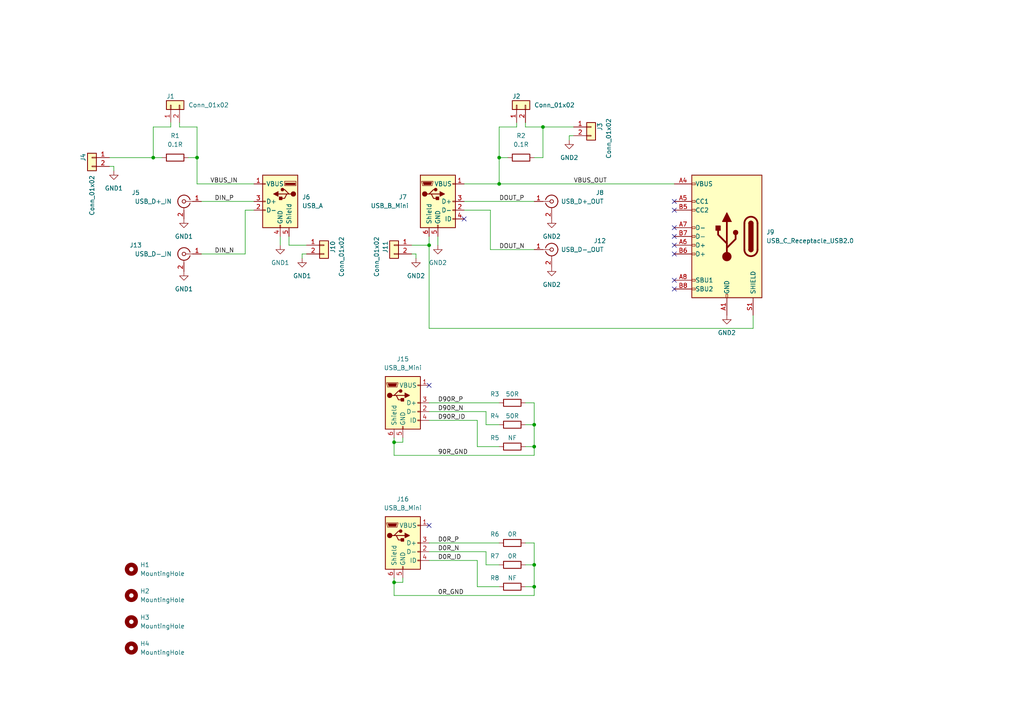
<source format=kicad_sch>
(kicad_sch (version 20211123) (generator eeschema)
  (paper "A4")
  (title_block (title "USB Lead Test Board") (date "2022-12-02") (rev "a"))
  (lib_symbols
    (symbol "Connector:Conn_Coaxial" (pin_names (offset 1.016) hide)
      (property "Reference" "J" (at 0.254 3.048 0))
      (property "Value" "Conn_Coaxial" (at 2.921 0 90))
      (symbol "Conn_Coaxial_0_1"
        (arc (start -1.778 -0.508) (mid 0.2311 -1.8066) (end 1.778 0) (stroke (width 0.254)))
        (polyline (pts (xy -2.54 0) (xy -0.508 0)))
        (polyline (pts (xy 0 -2.54) (xy 0 -1.778)))
        (circle (center 0 0) (radius 0.508) (stroke (width 0.2032)))
        (arc (start 1.778 0) (mid 0.2099 1.8101) (end -1.778 0.508) (stroke (width 0.254)))
      )
      (symbol "Conn_Coaxial_1_1"
        (pin passive line (at -5.08 0 0) (length 2.54) (name "In") (number "1"))
        (pin passive line (at 0 -5.08 90) (length 2.54) (name "Ext") (number "2"))
      )
    )
    (symbol "Connector:USB_A" (pin_names (offset 1.016))
      (property "Reference" "J" (at -5.08 11.43 0))
      (property "Value" "USB_A" (at -5.08 8.89 0))
      (symbol "USB_A_0_1"
        (rectangle (start -5.08 -7.62) (end 5.08 7.62) (stroke (width 0.254)) (fill (type background)))
        (circle (center -3.81 2.159) (radius 0.635) (stroke (width 0.254)) (fill (type outline)))
        (rectangle (start -1.524 4.826) (end -4.318 5.334) (fill (type outline)))
        (rectangle (start -1.27 4.572) (end -4.572 5.842))
        (circle (center -0.635 3.429) (radius 0.381) (stroke (width 0.254)) (fill (type outline)))
        (rectangle (start -0.127 -7.62) (end 0.127 -6.858))
        (polyline (pts (xy -3.175 2.159) (xy -2.54 2.159) (xy -1.27 3.429) (xy -0.635 3.429)) (stroke (width 0.254)))
        (polyline (pts (xy -2.54 2.159) (xy -1.905 2.159) (xy -1.27 0.889) (xy 0 0.889)) (stroke (width 0.254)))
        (polyline (pts (xy 0.635 2.794) (xy 0.635 1.524) (xy 1.905 2.159) (xy 0.635 2.794)) (stroke (width 0.254)) (fill (type outline)))
        (rectangle (start 0.254 1.27) (end -0.508 0.508) (stroke (width 0.254)) (fill (type outline)))
        (rectangle (start 5.08 -2.667) (end 4.318 -2.413))
        (rectangle (start 5.08 -0.127) (end 4.318 0.127))
        (rectangle (start 5.08 4.953) (end 4.318 5.207))
      )
      (symbol "USB_A_1_1"
        (polyline (pts (xy -1.905 2.159) (xy 0.635 2.159)) (stroke (width 0.254)))
        (pin power_in line (at 7.62 5.08 180) (length 2.54) (name "VBUS") (number "1"))
        (pin bidirectional line (at 7.62 -2.54 180) (length 2.54) (name "D-") (number "2"))
        (pin bidirectional line (at 7.62 0 180) (length 2.54) (name "D+") (number "3"))
        (pin power_in line (at 0 -10.16 90) (length 2.54) (name "GND") (number "4"))
        (pin passive line (at -2.54 -10.16 90) (length 2.54) (name "Shield") (number "5"))
      )
    )
    (symbol "Connector:USB_B_Mini" (pin_names (offset 1.016))
      (property "Reference" "J" (at -5.08 11.43 0))
      (property "Value" "USB_B_Mini" (at -5.08 8.89 0))
      (symbol "USB_B_Mini_0_1"
        (rectangle (start -5.08 -7.62) (end 5.08 7.62) (stroke (width 0.254)) (fill (type background)))
        (circle (center -3.81 2.159) (radius 0.635) (stroke (width 0.254)) (fill (type outline)))
        (circle (center -0.635 3.429) (radius 0.381) (stroke (width 0.254)) (fill (type outline)))
        (rectangle (start -0.127 -7.62) (end 0.127 -6.858))
        (polyline (pts (xy -1.905 2.159) (xy 0.635 2.159)) (stroke (width 0.254)))
        (polyline (pts (xy -3.175 2.159) (xy -2.54 2.159) (xy -1.27 3.429) (xy -0.635 3.429)) (stroke (width 0.254)))
        (polyline (pts (xy -2.54 2.159) (xy -1.905 2.159) (xy -1.27 0.889) (xy 0 0.889)) (stroke (width 0.254)))
        (polyline (pts (xy 0.635 2.794) (xy 0.635 1.524) (xy 1.905 2.159) (xy 0.635 2.794)) (stroke (width 0.254)) (fill (type outline)))
        (polyline (pts (xy -4.318 5.588) (xy -1.778 5.588) (xy -2.032 4.826) (xy -4.064 4.826) (xy -4.318 5.588)) (fill (type outline)))
        (polyline (pts (xy -4.699 5.842) (xy -4.699 5.588) (xy -4.445 4.826) (xy -4.445 4.572) (xy -1.651 4.572) (xy -1.651 4.826) (xy -1.397 5.588) (xy -1.397 5.842) (xy -4.699 5.842)))
        (rectangle (start 0.254 1.27) (end -0.508 0.508) (stroke (width 0.254)) (fill (type outline)))
        (rectangle (start 5.08 -5.207) (end 4.318 -4.953))
        (rectangle (start 5.08 -2.667) (end 4.318 -2.413))
        (rectangle (start 5.08 -0.127) (end 4.318 0.127))
        (rectangle (start 5.08 4.953) (end 4.318 5.207))
      )
      (symbol "USB_B_Mini_1_1"
        (pin power_out line (at 7.62 5.08 180) (length 2.54) (name "VBUS") (number "1"))
        (pin bidirectional line (at 7.62 -2.54 180) (length 2.54) (name "D-") (number "2"))
        (pin bidirectional line (at 7.62 0 180) (length 2.54) (name "D+") (number "3"))
        (pin passive line (at 7.62 -5.08 180) (length 2.54) (name "ID") (number "4"))
        (pin power_out line (at 0 -10.16 90) (length 2.54) (name "GND") (number "5"))
        (pin passive line (at -2.54 -10.16 90) (length 2.54) (name "Shield") (number "6"))
      )
    )
    (symbol "Connector:USB_C_Receptacle_USB2.0" (pin_names (offset 1.016))
      (property "Reference" "J" (at -10.16 19.05 0))
      (property "Value" "USB_C_Receptacle_USB2.0" (at 19.05 19.05 0))
      (symbol "USB_C_Receptacle_USB2.0_0_0"
        (rectangle (start -0.254 -17.78) (end 0.254 -16.764))
        (rectangle (start 10.16 -14.986) (end 9.144 -15.494))
        (rectangle (start 10.16 -12.446) (end 9.144 -12.954))
        (rectangle (start 10.16 -4.826) (end 9.144 -5.334))
        (rectangle (start 10.16 -2.286) (end 9.144 -2.794))
        (rectangle (start 10.16 0.254) (end 9.144 -0.254))
        (rectangle (start 10.16 2.794) (end 9.144 2.286))
        (rectangle (start 10.16 7.874) (end 9.144 7.366))
        (rectangle (start 10.16 10.414) (end 9.144 9.906))
        (rectangle (start 10.16 15.494) (end 9.144 14.986))
      )
      (symbol "USB_C_Receptacle_USB2.0_0_1"
        (rectangle (start -10.16 17.78) (end 10.16 -17.78) (stroke (width 0.254)) (fill (type background)))
        (arc (start -8.89 -3.81) (mid -6.985 -5.715) (end -5.08 -3.81) (stroke (width 0.508)))
        (arc (start -7.62 -3.81) (mid -6.985 -4.445) (end -6.35 -3.81) (stroke (width 0.254)))
        (arc (start -7.62 -3.81) (mid -6.985 -4.445) (end -6.35 -3.81) (stroke (width 0.254)) (fill (type outline)))
        (rectangle (start -7.62 -3.81) (end -6.35 3.81) (stroke (width 0.254)) (fill (type outline)))
        (arc (start -6.35 3.81) (mid -6.985 4.445) (end -7.62 3.81) (stroke (width 0.254)))
        (arc (start -6.35 3.81) (mid -6.985 4.445) (end -7.62 3.81) (stroke (width 0.254)) (fill (type outline)))
        (arc (start -5.08 3.81) (mid -6.985 5.715) (end -8.89 3.81) (stroke (width 0.508)))
        (circle (center -2.54 1.143) (radius 0.635) (stroke (width 0.254)) (fill (type outline)))
        (circle (center 0 -5.842) (radius 1.27) (fill (type outline)))
        (polyline (pts (xy -8.89 -3.81) (xy -8.89 3.81)) (stroke (width 0.508)))
        (polyline (pts (xy -5.08 3.81) (xy -5.08 -3.81)) (stroke (width 0.508)))
        (polyline (pts (xy 0 -5.842) (xy 0 4.318)) (stroke (width 0.508)))
        (polyline (pts (xy 0 -3.302) (xy -2.54 -0.762) (xy -2.54 0.508)) (stroke (width 0.508)))
        (polyline (pts (xy 0 -2.032) (xy 2.54 0.508) (xy 2.54 1.778)) (stroke (width 0.508)))
        (polyline (pts (xy -1.27 4.318) (xy 0 6.858) (xy 1.27 4.318) (xy -1.27 4.318)) (stroke (width 0.254)) (fill (type outline)))
        (rectangle (start 1.905 1.778) (end 3.175 3.048) (stroke (width 0.254)) (fill (type outline)))
      )
      (symbol "USB_C_Receptacle_USB2.0_1_1"
        (pin passive line (at 0 -22.86 90) (length 5.08) (name "GND") (number "A1"))
        (pin passive line (at 0 -22.86 90) (length 5.08) hide (name "GND") (number "A12"))
        (pin passive line (at 15.24 15.24 180) (length 5.08) (name "VBUS") (number "A4"))
        (pin bidirectional line (at 15.24 10.16 180) (length 5.08) (name "CC1") (number "A5"))
        (pin bidirectional line (at 15.24 -2.54 180) (length 5.08) (name "D+") (number "A6"))
        (pin bidirectional line (at 15.24 2.54 180) (length 5.08) (name "D-") (number "A7"))
        (pin bidirectional line (at 15.24 -12.7 180) (length 5.08) (name "SBU1") (number "A8"))
        (pin passive line (at 15.24 15.24 180) (length 5.08) hide (name "VBUS") (number "A9"))
        (pin passive line (at 0 -22.86 90) (length 5.08) hide (name "GND") (number "B1"))
        (pin passive line (at 0 -22.86 90) (length 5.08) hide (name "GND") (number "B12"))
        (pin passive line (at 15.24 15.24 180) (length 5.08) hide (name "VBUS") (number "B4"))
        (pin bidirectional line (at 15.24 7.62 180) (length 5.08) (name "CC2") (number "B5"))
        (pin bidirectional line (at 15.24 -5.08 180) (length 5.08) (name "D+") (number "B6"))
        (pin bidirectional line (at 15.24 0 180) (length 5.08) (name "D-") (number "B7"))
        (pin bidirectional line (at 15.24 -15.24 180) (length 5.08) (name "SBU2") (number "B8"))
        (pin passive line (at 15.24 15.24 180) (length 5.08) hide (name "VBUS") (number "B9"))
        (pin passive line (at -7.62 -22.86 90) (length 5.08) (name "SHIELD") (number "S1"))
      )
    )
    (symbol "Connector_Generic:Conn_01x02" (pin_names (offset 1.016) hide)
      (property "Reference" "J" (at 0 2.54 0))
      (property "Value" "Conn_01x02" (at 0 -5.08 0))
      (symbol "Conn_01x02_1_1"
        (rectangle (start -1.27 -2.413) (end 0 -2.667) (stroke (width 0.1524)))
        (rectangle (start -1.27 0.127) (end 0 -0.127) (stroke (width 0.1524)))
        (rectangle (start -1.27 1.27) (end 1.27 -3.81) (stroke (width 0.254)) (fill (type background)))
        (pin passive line (at -5.08 0 0) (length 3.81) (name "Pin_1") (number "1"))
        (pin passive line (at -5.08 -2.54 0) (length 3.81) (name "Pin_2") (number "2"))
      )
    )
    (symbol "Device:R" (pin_numbers hide) (pin_names (offset 0))
      (property "Reference" "R" (at 2.032 0 90))
      (property "Value" "R" (at 0 0 90))
      (symbol "R_0_1"
        (rectangle (start -1.016 -2.54) (end 1.016 2.54) (stroke (width 0.254)))
      )
      (symbol "R_1_1"
        (pin passive line (at 0 3.81 270) (length 1.27) (name "~") (number "1"))
        (pin passive line (at 0 -3.81 90) (length 1.27) (name "~") (number "2"))
      )
    )
    (symbol "Mechanical:MountingHole" (pin_names (offset 1.016))
      (property "Reference" "H" (at 0 5.08 0))
      (property "Value" "MountingHole" (at 0 3.175 0))
      (symbol "MountingHole_0_1"
        (circle (center 0 0) (radius 1.27) (stroke (width 1.27)))
      )
    )
    (symbol "power:GND1" (power) (pin_names (offset 0))
      (property "Value" "GND1" (at 0 -3.81 0))
      (symbol "GND1_0_1"
        (polyline (pts (xy 0 0) (xy 0 -1.27) (xy 1.27 -1.27) (xy 0 -2.54) (xy -1.27 -1.27) (xy 0 -1.27)))
      )
      (symbol "GND1_1_1"
        (pin power_in line (at 0 0 270) (length 0) hide (name "GND1") (number "1"))
      )
    )
    (symbol "power:GND2" (power) (pin_names (offset 0))
      (property "Value" "GND2" (at 0 -3.81 0))
      (symbol "GND2_0_1"
        (polyline (pts (xy 0 0) (xy 0 -1.27) (xy 1.27 -1.27) (xy 0 -2.54) (xy -1.27 -1.27) (xy 0 -1.27)))
      )
      (symbol "GND2_1_1"
        (pin power_in line (at 0 0 270) (length 0) hide (name "GND2") (number "1"))
      )
    )
  )
  (junction (at 154.94 129.54))
  (junction (at 114.3 128.27))
  (junction (at 154.94 123.19))
  (junction (at 44.45 45.72))
  (junction (at 154.94 170.18))
  (junction (at 157.48 36.83))
  (junction (at 154.94 163.83))
  (junction (at 144.78 45.72))
  (junction (at 114.3 168.91))
  (junction (at 124.46 71.12))
  (junction (at 144.78 53.34))
  (junction (at 57.15 45.72))
  (no_connect (at 195.58 83.82))
  (no_connect (at 134.62 63.5))
  (no_connect (at 124.46 111.76))
  (no_connect (at 195.58 71.12))
  (no_connect (at 195.58 60.96))
  (no_connect (at 195.58 73.66))
  (no_connect (at 195.58 81.28))
  (no_connect (at 124.46 152.4))
  (no_connect (at 195.58 68.58))
  (no_connect (at 195.58 58.42))
  (no_connect (at 195.58 66.04))
  (wire (pts (xy 144.78 53.34) (xy 195.58 53.34)))
  (wire (pts (xy 134.62 53.34) (xy 144.78 53.34)))
  (wire (pts (xy 152.4 170.18) (xy 154.94 170.18)))
  (wire (pts (xy 149.86 36.83) (xy 149.86 35.56)))
  (wire (pts (xy 165.1 39.37) (xy 165.1 40.64)))
  (wire (pts (xy 166.37 36.83) (xy 157.48 36.83)))
  (wire (pts (xy 140.97 160.02) (xy 140.97 163.83)))
  (wire (pts (xy 154.94 157.48) (xy 152.4 157.48)))
  (wire (pts (xy 157.48 36.83) (xy 157.48 45.72)))
  (wire (pts (xy 57.15 53.34) (xy 73.66 53.34)))
  (wire (pts (xy 154.94 123.19) (xy 154.94 116.84)))
  (wire (pts (xy 157.48 45.72) (xy 154.94 45.72)))
  (wire (pts (xy 144.78 53.34) (xy 144.78 45.72)))
  (wire (pts (xy 140.97 163.83) (xy 144.78 163.83)))
  (wire (pts (xy 116.84 128.27) (xy 114.3 128.27)))
  (wire (pts (xy 124.46 160.02) (xy 140.97 160.02)))
  (wire (pts (xy 138.43 170.18) (xy 138.43 162.56)))
  (wire (pts (xy 152.4 123.19) (xy 154.94 123.19)))
  (wire (pts (xy 88.9 73.66) (xy 87.63 73.66)))
  (wire (pts (xy 114.3 127) (xy 114.3 128.27)))
  (wire (pts (xy 114.3 168.91) (xy 114.3 172.72)))
  (wire (pts (xy 31.75 45.72) (xy 44.45 45.72)))
  (wire (pts (xy 154.94 170.18) (xy 154.94 163.83)))
  (wire (pts (xy 114.3 128.27) (xy 114.3 132.08)))
  (wire (pts (xy 49.53 36.83) (xy 49.53 35.56)))
  (wire (pts (xy 154.94 172.72) (xy 154.94 170.18)))
  (wire (pts (xy 152.4 163.83) (xy 154.94 163.83)))
  (wire (pts (xy 218.44 95.25) (xy 124.46 95.25)))
  (wire (pts (xy 44.45 36.83) (xy 44.45 45.72)))
  (wire (pts (xy 116.84 167.64) (xy 116.84 168.91)))
  (wire (pts (xy 116.84 127) (xy 116.84 128.27)))
  (wire (pts (xy 144.78 170.18) (xy 138.43 170.18)))
  (wire (pts (xy 54.61 45.72) (xy 57.15 45.72)))
  (wire (pts (xy 33.02 48.26) (xy 33.02 49.53)))
  (wire (pts (xy 154.94 72.39) (xy 142.24 72.39)))
  (wire (pts (xy 114.3 132.08) (xy 154.94 132.08)))
  (wire (pts (xy 124.46 68.58) (xy 124.46 71.12)))
  (wire (pts (xy 71.12 60.96) (xy 71.12 73.66)))
  (wire (pts (xy 52.07 36.83) (xy 57.15 36.83)))
  (wire (pts (xy 142.24 60.96) (xy 142.24 72.39)))
  (wire (pts (xy 138.43 121.92) (xy 124.46 121.92)))
  (wire (pts (xy 83.82 71.12) (xy 88.9 71.12)))
  (wire (pts (xy 124.46 71.12) (xy 119.38 71.12)))
  (wire (pts (xy 57.15 53.34) (xy 57.15 45.72)))
  (wire (pts (xy 154.94 172.72) (xy 114.3 172.72)))
  (wire (pts (xy 144.78 129.54) (xy 138.43 129.54)))
  (wire (pts (xy 58.42 73.66) (xy 71.12 73.66)))
  (wire (pts (xy 154.94 116.84) (xy 152.4 116.84)))
  (wire (pts (xy 114.3 167.64) (xy 114.3 168.91)))
  (wire (pts (xy 119.38 73.66) (xy 120.65 73.66)))
  (wire (pts (xy 44.45 36.83) (xy 49.53 36.83)))
  (wire (pts (xy 144.78 36.83) (xy 149.86 36.83)))
  (wire (pts (xy 218.44 91.44) (xy 218.44 95.25)))
  (wire (pts (xy 140.97 123.19) (xy 144.78 123.19)))
  (wire (pts (xy 154.94 129.54) (xy 154.94 123.19)))
  (wire (pts (xy 52.07 35.56) (xy 52.07 36.83)))
  (wire (pts (xy 152.4 129.54) (xy 154.94 129.54)))
  (wire (pts (xy 116.84 168.91) (xy 114.3 168.91)))
  (wire (pts (xy 81.28 68.58) (xy 81.28 71.12)))
  (wire (pts (xy 152.4 36.83) (xy 157.48 36.83)))
  (wire (pts (xy 138.43 129.54) (xy 138.43 121.92)))
  (wire (pts (xy 87.63 73.66) (xy 87.63 74.93)))
  (wire (pts (xy 57.15 36.83) (xy 57.15 45.72)))
  (wire (pts (xy 124.46 157.48) (xy 144.78 157.48)))
  (wire (pts (xy 83.82 68.58) (xy 83.82 71.12)))
  (wire (pts (xy 152.4 35.56) (xy 152.4 36.83)))
  (wire (pts (xy 127 68.58) (xy 127 71.12)))
  (wire (pts (xy 124.46 119.38) (xy 140.97 119.38)))
  (wire (pts (xy 166.37 39.37) (xy 165.1 39.37)))
  (wire (pts (xy 140.97 119.38) (xy 140.97 123.19)))
  (wire (pts (xy 31.75 48.26) (xy 33.02 48.26)))
  (wire (pts (xy 154.94 163.83) (xy 154.94 157.48)))
  (wire (pts (xy 120.65 73.66) (xy 120.65 74.93)))
  (wire (pts (xy 134.62 60.96) (xy 142.24 60.96)))
  (wire (pts (xy 154.94 132.08) (xy 154.94 129.54)))
  (wire (pts (xy 144.78 36.83) (xy 144.78 45.72)))
  (wire (pts (xy 124.46 95.25) (xy 124.46 71.12)))
  (wire (pts (xy 58.42 58.42) (xy 73.66 58.42)))
  (wire (pts (xy 71.12 60.96) (xy 73.66 60.96)))
  (wire (pts (xy 147.32 45.72) (xy 144.78 45.72)))
  (wire (pts (xy 124.46 116.84) (xy 144.78 116.84)))
  (wire (pts (xy 134.62 58.42) (xy 154.94 58.42)))
  (wire (pts (xy 138.43 162.56) (xy 124.46 162.56)))
  (wire (pts (xy 44.45 45.72) (xy 46.99 45.72)))
  (label "D90R_P" (at 127 116.84 0))
  (label "DIN_P" (at 62.23 58.42 0))
  (label "D0R_N" (at 127 160.02 0))
  (label "0R_GND" (at 127 172.72 0))
  (label "VBUS_IN" (at 60.96 53.34 0))
  (label "DIN_N" (at 62.23 73.66 0))
  (label "D0R_P" (at 127 157.48 0))
  (label "D90R_ID" (at 127 121.92 0))
  (label "DOUT_N" (at 144.78 72.39 0))
  (label "D90R_N" (at 127 119.38 0))
  (label "90R_GND" (at 127 132.08 0))
  (label "D0R_ID" (at 127 162.56 0))
  (label "VBUS_OUT" (at 166.37 53.34 0))
  (label "DOUT_P" (at 144.78 58.42 0))
  (symbol (lib_id "power:GND2") (at 160.02 63.5 0) (unit 1)
    (property "Reference" "#PWR04" (effects hide))
    (property "Value" "GND2" (at 160.02 68.58 0))
  )
  (symbol (lib_id "Connector:USB_B_Mini") (at 127 58.42 0) (unit 1)
    (property "Reference" "J7" (at 116.84 57.15 0))
    (property "Value" "USB_B_Mini" (at 113.03 59.69 0))
    (property "Footprint" "Connector_USB:USB_Micro-B_Molex-105017-0001" (effects hide))
  )
  (symbol (lib_id "power:GND2") (at 160.02 77.47 0) (unit 1)
    (property "Reference" "#PWR09" (effects hide))
    (property "Value" "GND2" (at 160.02 82.55 0))
  )
  (symbol (lib_id "Mechanical:MountingHole") (at 38.1 165.1 0) (unit 1)
    (property "Reference" "H1" (at 40.64 163.8299 0) (effects (justify left)))
    (property "Value" "MountingHole" (at 40.64 166.3699 0) (effects (justify left)))
    (property "Footprint" "MountingHole:MountingHole_2.7mm_M2.5_ISO7380_Pad_TopBottom" (effects hide))
  )
  (symbol (lib_id "power:GND1") (at 81.28 71.12 0) (unit 1)
    (property "Reference" "#PWR05" (effects hide))
    (property "Value" "GND1" (at 81.28 76.2 0))
  )
  (symbol (lib_id "Device:R") (at 148.59 170.18 90) (unit 1)
    (property "Reference" "R8" (at 143.51 167.64 90))
    (property "Value" "NF" (at 148.59 167.64 90))
    (property "Footprint" "Resistor_SMD:R_0402_1005Metric_Pad0.72x0.64mm_HandSolder" (effects hide))
  )
  (symbol (lib_id "Connector_Generic:Conn_01x02") (at 149.86 30.48 90) (unit 1)
    (property "Reference" "J2" (at 148.59 27.94 90) (effects (justify right)))
    (property "Value" "Conn_01x02" (at 154.94 30.48 90) (effects (justify right)))
    (property "Footprint" "Connector_PinHeader_2.54mm:PinHeader_1x02_P2.54mm_Vertical" (effects hide))
  )
  (symbol (lib_id "Device:R") (at 148.59 116.84 90) (unit 1)
    (property "Reference" "R3" (at 143.51 114.3 90))
    (property "Value" "50R" (at 148.59 114.3 90))
    (property "Footprint" "Resistor_SMD:R_0402_1005Metric_Pad0.72x0.64mm_HandSolder" (effects hide))
  )
  (symbol (lib_id "Device:R") (at 148.59 163.83 90) (unit 1)
    (property "Reference" "R7" (at 143.51 161.29 90))
    (property "Value" "0R" (at 148.59 161.29 90))
    (property "Footprint" "Resistor_SMD:R_0402_1005Metric_Pad0.72x0.64mm_HandSolder" (effects hide))
  )
  (symbol (lib_id "Connector:USB_C_Receptacle_USB2.0") (at 210.82 68.58 0) (mirror y) (unit 1)
    (property "Reference" "J9" (at 222.25 67.3099 0) (effects (justify right)))
    (property "Value" "USB_C_Receptacle_USB2.0" (at 222.25 69.8499 0) (effects (justify right)))
    (property "Footprint" "Connector_USB:USB_C_Receptacle_HRO_TYPE-C-31-M-12" (effects hide))
    (property "Datasheet" "https://www.usb.org/sites/default/files/documents/usb_type-c.zip" (effects hide))
  )
  (symbol (lib_id "Device:R") (at 148.59 123.19 90) (unit 1)
    (property "Reference" "R4" (at 143.51 120.65 90))
    (property "Value" "50R" (at 148.59 120.65 90))
    (property "Footprint" "Resistor_SMD:R_0402_1005Metric_Pad0.72x0.64mm_HandSolder" (effects hide))
  )
  (symbol (lib_id "Connector:USB_A") (at 81.28 58.42 0) (mirror y) (unit 1)
    (property "Reference" "J6" (at 87.63 57.1499 0) (effects (justify right)))
    (property "Value" "USB_A" (at 87.63 59.6899 0) (effects (justify right)))
    (property "Footprint" "Connector_USB:USB_A_Molex_67643_Horizontal" (effects hide))
    (property "Datasheet" " ~" (effects hide))
  )
  (symbol (lib_id "Connector:Conn_Coaxial") (at 53.34 58.42 0) (mirror y) (unit 1)
    (property "Reference" "J5" (at 39.37 55.88 0))
    (property "Value" "USB_D+_IN" (at 44.45 58.42 0))
    (property "Footprint" "Connector_Coaxial:SMA_Amphenol_132289_EdgeMount" (effects hide))
    (property "Datasheet" " ~" (effects hide))
  )
  (symbol (lib_id "power:GND2") (at 165.1 40.64 0) (unit 1)
    (property "Reference" "#PWR01" (effects hide))
    (property "Value" "GND2" (at 165.1 45.72 0))
  )
  (symbol (lib_id "Device:R") (at 151.13 45.72 270) (mirror x) (unit 1)
    (property "Reference" "R2" (at 151.13 39.37 90))
    (property "Value" "0.1R" (at 151.13 41.91 90))
    (property "Footprint" "Resistor_SMD:R_1206_3216Metric_Pad1.30x1.75mm_HandSolder" (effects hide))
  )
  (symbol (lib_id "Connector:USB_B_Mini") (at 116.84 157.48 0) (unit 1)
    (property "Reference" "J16" (at 116.84 144.78 0))
    (property "Value" "USB_B_Mini" (at 116.84 147.32 0))
    (property "Footprint" "Connector_USB:USB_Micro-B_Molex-105017-0001" (effects hide))
  )
  (symbol (lib_id "Mechanical:MountingHole") (at 38.1 172.72 0) (unit 1)
    (property "Reference" "H2" (at 40.64 171.4499 0) (effects (justify left)))
    (property "Value" "MountingHole" (at 40.64 173.9899 0) (effects (justify left)))
    (property "Footprint" "MountingHole:MountingHole_2.7mm_M2.5_ISO7380_Pad_TopBottom" (effects hide))
  )
  (symbol (lib_id "power:GND1") (at 33.02 49.53 0) (unit 1)
    (property "Reference" "#PWR02" (effects hide))
    (property "Value" "GND1" (at 33.02 54.61 0))
  )
  (symbol (lib_id "Mechanical:MountingHole") (at 38.1 187.96 0) (unit 1)
    (property "Reference" "H4" (at 40.64 186.6899 0) (effects (justify left)))
    (property "Value" "MountingHole" (at 40.64 189.2299 0) (effects (justify left)))
    (property "Footprint" "MountingHole:MountingHole_2.7mm_M2.5_ISO7380_Pad_TopBottom" (effects hide))
  )
  (symbol (lib_id "Device:R") (at 50.8 45.72 90) (unit 1)
    (property "Reference" "R1" (at 50.8 39.37 90))
    (property "Value" "0.1R" (at 50.8 41.91 90))
    (property "Footprint" "Resistor_SMD:R_1206_3216Metric_Pad1.30x1.75mm_HandSolder" (effects hide))
  )
  (symbol (lib_id "power:GND2") (at 127 71.12 0) (unit 1)
    (property "Reference" "#PWR06" (effects hide))
    (property "Value" "GND2" (at 127 76.2 0))
  )
  (symbol (lib_id "Connector:USB_B_Mini") (at 116.84 116.84 0) (unit 1)
    (property "Reference" "J15" (at 116.84 104.14 0))
    (property "Value" "USB_B_Mini" (at 116.84 106.68 0))
    (property "Footprint" "Connector_USB:USB_Micro-B_Molex-105017-0001" (effects hide))
  )
  (symbol (lib_id "Connector:Conn_Coaxial") (at 160.02 58.42 0) (unit 1)
    (property "Reference" "J8" (at 173.99 55.88 0))
    (property "Value" "USB_D+_OUT" (at 168.91 58.42 0))
    (property "Footprint" "Connector_Coaxial:SMA_Amphenol_132289_EdgeMount" (effects hide))
    (property "Datasheet" " ~" (effects hide))
  )
  (symbol (lib_id "power:GND1") (at 87.63 74.93 0) (unit 1)
    (property "Reference" "#PWR07" (effects hide))
    (property "Value" "GND1" (at 87.63 80.01 0))
  )
  (symbol (lib_id "power:GND1") (at 53.34 63.5 0) (unit 1)
    (property "Reference" "#PWR03" (effects hide))
    (property "Value" "GND1" (at 53.34 68.58 0))
  )
  (symbol (lib_id "Connector:Conn_Coaxial") (at 53.34 73.66 0) (mirror y) (unit 1)
    (property "Reference" "J13" (at 39.37 71.12 0))
    (property "Value" "USB_D-_IN" (at 44.45 73.66 0))
    (property "Footprint" "Connector_Coaxial:SMA_Amphenol_132289_EdgeMount" (effects hide))
    (property "Datasheet" " ~" (effects hide))
  )
  (symbol (lib_id "Connector_Generic:Conn_01x02") (at 114.3 71.12 0) (mirror y) (unit 1)
    (property "Reference" "J11" (at 111.76 69.85 90) (effects (justify right)))
    (property "Value" "Conn_01x02" (at 109.22 68.58 90) (effects (justify right)))
    (property "Footprint" "Connector_PinHeader_2.54mm:PinHeader_1x02_P2.54mm_Vertical" (effects hide))
  )
  (symbol (lib_id "Mechanical:MountingHole") (at 38.1 180.34 0) (unit 1)
    (property "Reference" "H3" (at 40.64 179.0699 0) (effects (justify left)))
    (property "Value" "MountingHole" (at 40.64 181.6099 0) (effects (justify left)))
    (property "Footprint" "MountingHole:MountingHole_2.7mm_M2.5_ISO7380_Pad_TopBottom" (effects hide))
  )
  (symbol (lib_id "Device:R") (at 148.59 157.48 90) (unit 1)
    (property "Reference" "R6" (at 143.51 154.94 90))
    (property "Value" "0R" (at 148.59 154.94 90))
    (property "Footprint" "Resistor_SMD:R_0402_1005Metric_Pad0.72x0.64mm_HandSolder" (effects hide))
  )
  (symbol (lib_id "Connector_Generic:Conn_01x02") (at 93.98 71.12 0) (unit 1)
    (property "Reference" "J10" (at 96.52 69.85 90) (effects (justify right)))
    (property "Value" "Conn_01x02" (at 99.06 68.58 90) (effects (justify right)))
    (property "Footprint" "Connector_PinHeader_2.54mm:PinHeader_1x02_P2.54mm_Vertical" (effects hide))
  )
  (symbol (lib_id "Device:R") (at 148.59 129.54 90) (unit 1)
    (property "Reference" "R5" (at 143.51 127 90))
    (property "Value" "NF" (at 148.59 127 90))
    (property "Footprint" "Resistor_SMD:R_0402_1005Metric_Pad0.72x0.64mm_HandSolder" (effects hide))
  )
  (symbol (lib_id "Connector_Generic:Conn_01x02") (at 26.67 45.72 0) (mirror y) (unit 1)
    (property "Reference" "J4" (at 24.13 44.45 90) (effects (justify right)))
    (property "Value" "Conn_01x02" (at 26.67 50.8 90) (effects (justify right)))
    (property "Footprint" "Connector_PinHeader_2.54mm:PinHeader_1x02_P2.54mm_Vertical" (effects hide))
  )
  (symbol (lib_id "power:GND2") (at 120.65 74.93 0) (unit 1)
    (property "Reference" "#PWR08" (effects hide))
    (property "Value" "GND2" (at 120.65 80.01 0))
  )
  (symbol (lib_id "Connector:Conn_Coaxial") (at 160.02 72.39 0) (unit 1)
    (property "Reference" "J12" (at 173.99 69.85 0))
    (property "Value" "USB_D-_OUT" (at 168.91 72.39 0))
    (property "Footprint" "Connector_Coaxial:SMA_Amphenol_132289_EdgeMount" (effects hide))
    (property "Datasheet" " ~" (effects hide))
  )
  (symbol (lib_id "power:GND1") (at 53.34 78.74 0) (unit 1)
    (property "Reference" "#PWR010" (effects hide))
    (property "Value" "GND1" (at 53.34 83.82 0))
  )
  (symbol (lib_id "Connector_Generic:Conn_01x02") (at 49.53 30.48 90) (unit 1)
    (property "Reference" "J1" (at 48.26 27.94 90) (effects (justify right)))
    (property "Value" "Conn_01x02" (at 54.61 30.48 90) (effects (justify right)))
    (property "Footprint" "Connector_PinHeader_2.54mm:PinHeader_1x02_P2.54mm_Vertical" (effects hide))
  )
  (symbol (lib_id "power:GND2") (at 210.82 91.44 0) (unit 1)
    (property "Reference" "#PWR011" (effects hide))
    (property "Value" "GND2" (at 210.82 96.52 0))
  )
  (symbol (lib_id "Connector_Generic:Conn_01x02") (at 171.45 36.83 0) (unit 1)
    (property "Reference" "J3" (at 173.99 35.56 90) (effects (justify right)))
    (property "Value" "Conn_01x02" (at 176.53 34.29 90) (effects (justify right)))
    (property "Footprint" "Connector_PinHeader_2.54mm:PinHeader_1x02_P2.54mm_Vertical" (effects hide))
  )
)
</source>
